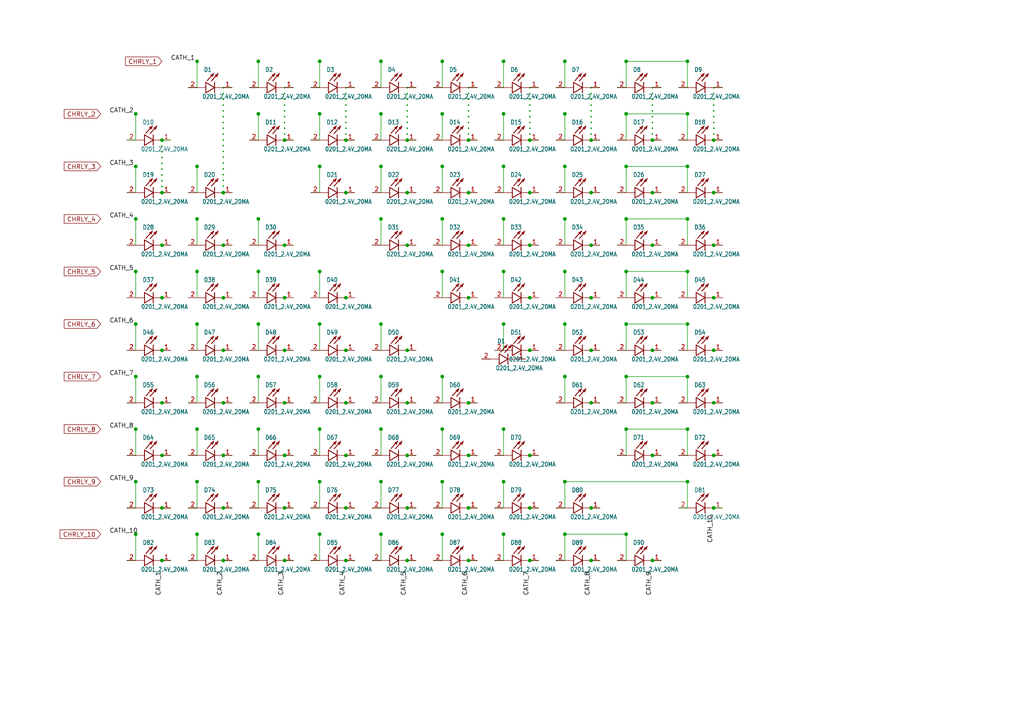
<source format=kicad_sch>
(kicad_sch (version 20231120) (generator "eeschema") (generator_version "8.0")
  (paper "A4")
  (symbol (lib_id "pre_schematic_v4-eagle-import:0201_2.4V_20MA") (at 147.32 104.14 0) (unit 1)
    (property "Reference" "D1" (at 144.2212 99.6442 0) (effects (font (size 1.27 1.0795)) (justify left bottom)))
    (property "Value" "0201_2.4V_20MA" (at 143.764 107.442 0) (effects (font (size 1.27 1.0795)) (justify left bottom)))
    (property "Footprint" "pre_schematic_v4:LED_APG0603CGC-TT" (effects (hide yes)))
  )
  (symbol (lib_id "pre_schematic_v4-eagle-import:0201_2.4V_20MA") (at 62.23 25.4 0) (unit 1)
    (property "Reference" "D1" (at 59.1312 20.9042 0) (effects (font (size 1.27 1.0795)) (justify left bottom)))
    (property "Value" "0201_2.4V_20MA" (at 58.674 28.702 0) (effects (font (size 1.27 1.0795)) (justify left bottom)))
    (property "Footprint" "pre_schematic_v4:LED_APG0603CGC-TT" (effects (hide yes)))
  )
  (symbol (lib_id "pre_schematic_v4-eagle-import:0201_2.4V_20MA") (at 80.01 25.4 0) (unit 1)
    (property "Reference" "D2" (at 76.9112 20.9042 0) (effects (font (size 1.27 1.0795)) (justify left bottom)))
    (property "Value" "0201_2.4V_20MA" (at 76.454 28.702 0) (effects (font (size 1.27 1.0795)) (justify left bottom)))
    (property "Footprint" "pre_schematic_v4:LED_APG0603CGC-TT" (effects (hide yes)))
  )
  (symbol (lib_id "pre_schematic_v4-eagle-import:0201_2.4V_20MA") (at 97.79 25.4 0) (unit 1)
    (property "Reference" "D3" (at 94.6912 20.9042 0) (effects (font (size 1.27 1.0795)) (justify left bottom)))
    (property "Value" "0201_2.4V_20MA" (at 94.234 28.702 0) (effects (font (size 1.27 1.0795)) (justify left bottom)))
    (property "Footprint" "pre_schematic_v4:LED_APG0603CGC-TT" (effects (hide yes)))
  )
  (symbol (lib_id "pre_schematic_v4-eagle-import:0201_2.4V_20MA") (at 115.57 25.4 0) (unit 1)
    (property "Reference" "D4" (at 112.4712 20.9042 0) (effects (font (size 1.27 1.0795)) (justify left bottom)))
    (property "Value" "0201_2.4V_20MA" (at 112.014 28.702 0) (effects (font (size 1.27 1.0795)) (justify left bottom)))
    (property "Footprint" "pre_schematic_v4:LED_APG0603CGC-TT" (effects (hide yes)))
  )
  (symbol (lib_id "pre_schematic_v4-eagle-import:0201_2.4V_20MA") (at 133.35 25.4 0) (unit 1)
    (property "Reference" "D5" (at 130.2512 20.9042 0) (effects (font (size 1.27 1.0795)) (justify left bottom)))
    (property "Value" "0201_2.4V_20MA" (at 129.794 28.702 0) (effects (font (size 1.27 1.0795)) (justify left bottom)))
    (property "Footprint" "pre_schematic_v4:LED_APG0603CGC-TT" (effects (hide yes)))
  )
  (symbol (lib_id "pre_schematic_v4-eagle-import:0201_2.4V_20MA") (at 151.13 25.4 0) (unit 1)
    (property "Reference" "D6" (at 148.0312 20.9042 0) (effects (font (size 1.27 1.0795)) (justify left bottom)))
    (property "Value" "0201_2.4V_20MA" (at 147.574 28.702 0) (effects (font (size 1.27 1.0795)) (justify left bottom)))
    (property "Footprint" "pre_schematic_v4:LED_APG0603CGC-TT" (effects (hide yes)))
  )
  (symbol (lib_id "pre_schematic_v4-eagle-import:0201_2.4V_20MA") (at 168.91 25.4 0) (unit 1)
    (property "Reference" "D7" (at 165.8112 20.9042 0) (effects (font (size 1.27 1.0795)) (justify left bottom)))
    (property "Value" "0201_2.4V_20MA" (at 165.354 28.702 0) (effects (font (size 1.27 1.0795)) (justify left bottom)))
    (property "Footprint" "pre_schematic_v4:LED_APG0603CGC-TT" (effects (hide yes)))
  )
  (symbol (lib_id "pre_schematic_v4-eagle-import:0201_2.4V_20MA") (at 186.69 25.4 0) (unit 1)
    (property "Reference" "D8" (at 183.5912 20.9042 0) (effects (font (size 1.27 1.0795)) (justify left bottom)))
    (property "Value" "0201_2.4V_20MA" (at 183.134 28.702 0) (effects (font (size 1.27 1.0795)) (justify left bottom)))
    (property "Footprint" "pre_schematic_v4:LED_APG0603CGC-TT" (effects (hide yes)))
  )
  (symbol (lib_id "pre_schematic_v4-eagle-import:0201_2.4V_20MA") (at 204.47 25.4 0) (unit 1)
    (property "Reference" "D9" (at 201.3712 20.9042 0) (effects (font (size 1.27 1.0795)) (justify left bottom)))
    (property "Value" "0201_2.4V_20MA" (at 200.914 28.702 0) (effects (font (size 1.27 1.0795)) (justify left bottom)))
    (property "Footprint" "pre_schematic_v4:LED_APG0603CGC-TT" (effects (hide yes)))
  )
  (symbol (lib_id "pre_schematic_v4-eagle-import:0201_2.4V_20MA") (at 44.45 40.64 0) (unit 1)
    (property "Reference" "D10" (at 41.3512 36.1442 0) (effects (font (size 1.27 1.0795)) (justify left bottom)))
    (property "Value" "0201_2.4V_20MA" (at 40.894 43.942 0) (effects (font (size 1.27 1.0795)) (justify left bottom)))
    (property "Footprint" "pre_schematic_v4:LED_APG0603CGC-TT" (effects (hide yes)))
  )
  (symbol (lib_id "pre_schematic_v4-eagle-import:0201_2.4V_20MA") (at 80.01 40.64 0) (unit 1)
    (property "Reference" "D11" (at 76.9112 36.1442 0) (effects (font (size 1.27 1.0795)) (justify left bottom)))
    (property "Value" "0201_2.4V_20MA" (at 76.454 43.942 0) (effects (font (size 1.27 1.0795)) (justify left bottom)))
    (property "Footprint" "pre_schematic_v4:LED_APG0603CGC-TT" (effects (hide yes)))
  )
  (symbol (lib_id "pre_schematic_v4-eagle-import:0201_2.4V_20MA") (at 97.79 40.64 0) (unit 1)
    (property "Reference" "D12" (at 94.6912 36.1442 0) (effects (font (size 1.27 1.0795)) (justify left bottom)))
    (property "Value" "0201_2.4V_20MA" (at 94.234 43.942 0) (effects (font (size 1.27 1.0795)) (justify left bottom)))
    (property "Footprint" "pre_schematic_v4:LED_APG0603CGC-TT" (effects (hide yes)))
  )
  (symbol (lib_id "pre_schematic_v4-eagle-import:0201_2.4V_20MA") (at 115.57 40.64 0) (unit 1)
    (property "Reference" "D13" (at 112.4712 36.1442 0) (effects (font (size 1.27 1.0795)) (justify left bottom)))
    (property "Value" "0201_2.4V_20MA" (at 112.014 43.942 0) (effects (font (size 1.27 1.0795)) (justify left bottom)))
    (property "Footprint" "pre_schematic_v4:LED_APG0603CGC-TT" (effects (hide yes)))
  )
  (symbol (lib_id "pre_schematic_v4-eagle-import:0201_2.4V_20MA") (at 133.35 40.64 0) (unit 1)
    (property "Reference" "D14" (at 130.2512 36.1442 0) (effects (font (size 1.27 1.0795)) (justify left bottom)))
    (property "Value" "0201_2.4V_20MA" (at 129.794 43.942 0) (effects (font (size 1.27 1.0795)) (justify left bottom)))
    (property "Footprint" "pre_schematic_v4:LED_APG0603CGC-TT" (effects (hide yes)))
  )
  (symbol (lib_id "pre_schematic_v4-eagle-import:0201_2.4V_20MA") (at 151.13 40.64 0) (unit 1)
    (property "Reference" "D15" (at 148.0312 36.1442 0) (effects (font (size 1.27 1.0795)) (justify left bottom)))
    (property "Value" "0201_2.4V_20MA" (at 147.574 43.942 0) (effects (font (size 1.27 1.0795)) (justify left bottom)))
    (property "Footprint" "pre_schematic_v4:LED_APG0603CGC-TT" (effects (hide yes)))
  )
  (symbol (lib_id "pre_schematic_v4-eagle-import:0201_2.4V_20MA") (at 168.91 40.64 0) (unit 1)
    (property "Reference" "D16" (at 165.8112 36.1442 0) (effects (font (size 1.27 1.0795)) (justify left bottom)))
    (property "Value" "0201_2.4V_20MA" (at 165.354 43.942 0) (effects (font (size 1.27 1.0795)) (justify left bottom)))
    (property "Footprint" "pre_schematic_v4:LED_APG0603CGC-TT" (effects (hide yes)))
  )
  (symbol (lib_id "pre_schematic_v4-eagle-import:0201_2.4V_20MA") (at 186.69 40.64 0) (unit 1)
    (property "Reference" "D17" (at 183.5912 36.1442 0) (effects (font (size 1.27 1.0795)) (justify left bottom)))
    (property "Value" "0201_2.4V_20MA" (at 183.134 43.942 0) (effects (font (size 1.27 1.0795)) (justify left bottom)))
    (property "Footprint" "pre_schematic_v4:LED_APG0603CGC-TT" (effects (hide yes)))
  )
  (symbol (lib_id "pre_schematic_v4-eagle-import:0201_2.4V_20MA") (at 204.47 40.64 0) (unit 1)
    (property "Reference" "D18" (at 201.3712 36.1442 0) (effects (font (size 1.27 1.0795)) (justify left bottom)))
    (property "Value" "0201_2.4V_20MA" (at 200.914 43.942 0) (effects (font (size 1.27 1.0795)) (justify left bottom)))
    (property "Footprint" "pre_schematic_v4:LED_APG0603CGC-TT" (effects (hide yes)))
  )
  (symbol (lib_id "pre_schematic_v4-eagle-import:0201_2.4V_20MA") (at 44.45 55.88 0) (unit 1)
    (property "Reference" "D19" (at 41.3512 51.3842 0) (effects (font (size 1.27 1.0795)) (justify left bottom)))
    (property "Value" "0201_2.4V_20MA" (at 40.894 59.182 0) (effects (font (size 1.27 1.0795)) (justify left bottom)))
    (property "Footprint" "pre_schematic_v4:LED_APG0603CGC-TT" (effects (hide yes)))
  )
  (symbol (lib_id "pre_schematic_v4-eagle-import:0201_2.4V_20MA") (at 62.23 55.88 0) (unit 1)
    (property "Reference" "D20" (at 59.1312 51.3842 0) (effects (font (size 1.27 1.0795)) (justify left bottom)))
    (property "Value" "0201_2.4V_20MA" (at 58.674 59.182 0) (effects (font (size 1.27 1.0795)) (justify left bottom)))
    (property "Footprint" "pre_schematic_v4:LED_APG0603CGC-TT" (effects (hide yes)))
  )
  (symbol (lib_id "pre_schematic_v4-eagle-import:0201_2.4V_20MA") (at 97.79 55.88 0) (unit 1)
    (property "Reference" "D21" (at 94.6912 51.3842 0) (effects (font (size 1.27 1.0795)) (justify left bottom)))
    (property "Value" "0201_2.4V_20MA" (at 94.234 59.182 0) (effects (font (size 1.27 1.0795)) (justify left bottom)))
    (property "Footprint" "pre_schematic_v4:LED_APG0603CGC-TT" (effects (hide yes)))
  )
  (symbol (lib_id "pre_schematic_v4-eagle-import:0201_2.4V_20MA") (at 115.57 55.88 0) (unit 1)
    (property "Reference" "D22" (at 112.4712 51.3842 0) (effects (font (size 1.27 1.0795)) (justify left bottom)))
    (property "Value" "0201_2.4V_20MA" (at 112.014 59.182 0) (effects (font (size 1.27 1.0795)) (justify left bottom)))
    (property "Footprint" "pre_schematic_v4:LED_APG0603CGC-TT" (effects (hide yes)))
  )
  (symbol (lib_id "pre_schematic_v4-eagle-import:0201_2.4V_20MA") (at 133.35 55.88 0) (unit 1)
    (property "Reference" "D23" (at 130.2512 51.3842 0) (effects (font (size 1.27 1.0795)) (justify left bottom)))
    (property "Value" "0201_2.4V_20MA" (at 129.794 59.182 0) (effects (font (size 1.27 1.0795)) (justify left bottom)))
    (property "Footprint" "pre_schematic_v4:LED_APG0603CGC-TT" (effects (hide yes)))
  )
  (symbol (lib_id "pre_schematic_v4-eagle-import:0201_2.4V_20MA") (at 151.13 55.88 0) (unit 1)
    (property "Reference" "D24" (at 148.0312 51.3842 0) (effects (font (size 1.27 1.0795)) (justify left bottom)))
    (property "Value" "0201_2.4V_20MA" (at 147.574 59.182 0) (effects (font (size 1.27 1.0795)) (justify left bottom)))
    (property "Footprint" "pre_schematic_v4:LED_APG0603CGC-TT" (effects (hide yes)))
  )
  (symbol (lib_id "pre_schematic_v4-eagle-import:0201_2.4V_20MA") (at 168.91 55.88 0) (unit 1)
    (property "Reference" "D25" (at 165.8112 51.3842 0) (effects (font (size 1.27 1.0795)) (justify left bottom)))
    (property "Value" "0201_2.4V_20MA" (at 165.354 59.182 0) (effects (font (size 1.27 1.0795)) (justify left bottom)))
    (property "Footprint" "pre_schematic_v4:LED_APG0603CGC-TT" (effects (hide yes)))
  )
  (symbol (lib_id "pre_schematic_v4-eagle-import:0201_2.4V_20MA") (at 186.69 55.88 0) (unit 1)
    (property "Reference" "D26" (at 183.5912 51.3842 0) (effects (font (size 1.27 1.0795)) (justify left bottom)))
    (property "Value" "0201_2.4V_20MA" (at 183.134 59.182 0) (effects (font (size 1.27 1.0795)) (justify left bottom)))
    (property "Footprint" "pre_schematic_v4:LED_APG0603CGC-TT" (effects (hide yes)))
  )
  (symbol (lib_id "pre_schematic_v4-eagle-import:0201_2.4V_20MA") (at 204.47 55.88 0) (unit 1)
    (property "Reference" "D27" (at 201.3712 51.3842 0) (effects (font (size 1.27 1.0795)) (justify left bottom)))
    (property "Value" "0201_2.4V_20MA" (at 200.914 59.182 0) (effects (font (size 1.27 1.0795)) (justify left bottom)))
    (property "Footprint" "pre_schematic_v4:LED_APG0603CGC-TT" (effects (hide yes)))
  )
  (symbol (lib_id "pre_schematic_v4-eagle-import:0201_2.4V_20MA") (at 44.45 71.12 0) (unit 1)
    (property "Reference" "D28" (at 41.3512 66.6242 0) (effects (font (size 1.27 1.0795)) (justify left bottom)))
    (property "Value" "0201_2.4V_20MA" (at 40.894 74.422 0) (effects (font (size 1.27 1.0795)) (justify left bottom)))
    (property "Footprint" "pre_schematic_v4:LED_APG0603CGC-TT" (effects (hide yes)))
  )
  (symbol (lib_id "pre_schematic_v4-eagle-import:0201_2.4V_20MA") (at 62.23 71.12 0) (unit 1)
    (property "Reference" "D29" (at 59.1312 66.6242 0) (effects (font (size 1.27 1.0795)) (justify left bottom)))
    (property "Value" "0201_2.4V_20MA" (at 58.674 74.422 0) (effects (font (size 1.27 1.0795)) (justify left bottom)))
    (property "Footprint" "pre_schematic_v4:LED_APG0603CGC-TT" (effects (hide yes)))
  )
  (symbol (lib_id "pre_schematic_v4-eagle-import:0201_2.4V_20MA") (at 80.01 71.12 0) (unit 1)
    (property "Reference" "D30" (at 76.9112 66.6242 0) (effects (font (size 1.27 1.0795)) (justify left bottom)))
    (property "Value" "0201_2.4V_20MA" (at 76.454 74.422 0) (effects (font (size 1.27 1.0795)) (justify left bottom)))
    (property "Footprint" "pre_schematic_v4:LED_APG0603CGC-TT" (effects (hide yes)))
  )
  (symbol (lib_id "pre_schematic_v4-eagle-import:0201_2.4V_20MA") (at 115.57 71.12 0) (unit 1)
    (property "Reference" "D31" (at 112.4712 66.6242 0) (effects (font (size 1.27 1.0795)) (justify left bottom)))
    (property "Value" "0201_2.4V_20MA" (at 112.014 74.422 0) (effects (font (size 1.27 1.0795)) (justify left bottom)))
    (property "Footprint" "pre_schematic_v4:LED_APG0603CGC-TT" (effects (hide yes)))
  )
  (symbol (lib_id "pre_schematic_v4-eagle-import:0201_2.4V_20MA") (at 133.35 71.12 0) (unit 1)
    (property "Reference" "D32" (at 130.2512 66.6242 0) (effects (font (size 1.27 1.0795)) (justify left bottom)))
    (property "Value" "0201_2.4V_20MA" (at 129.794 74.422 0) (effects (font (size 1.27 1.0795)) (justify left bottom)))
    (property "Footprint" "pre_schematic_v4:LED_APG0603CGC-TT" (effects (hide yes)))
  )
  (symbol (lib_id "pre_schematic_v4-eagle-import:0201_2.4V_20MA") (at 151.13 71.12 0) (unit 1)
    (property "Reference" "D33" (at 148.0312 66.6242 0) (effects (font (size 1.27 1.0795)) (justify left bottom)))
    (property "Value" "0201_2.4V_20MA" (at 147.574 74.422 0) (effects (font (size 1.27 1.0795)) (justify left bottom)))
    (property "Footprint" "pre_schematic_v4:LED_APG0603CGC-TT" (effects (hide yes)))
  )
  (symbol (lib_id "pre_schematic_v4-eagle-import:0201_2.4V_20MA") (at 168.91 71.12 0) (unit 1)
    (property "Reference" "D34" (at 165.8112 66.6242 0) (effects (font (size 1.27 1.0795)) (justify left bottom)))
    (property "Value" "0201_2.4V_20MA" (at 165.354 74.422 0) (effects (font (size 1.27 1.0795)) (justify left bottom)))
    (property "Footprint" "pre_schematic_v4:LED_APG0603CGC-TT" (effects (hide yes)))
  )
  (symbol (lib_id "pre_schematic_v4-eagle-import:0201_2.4V_20MA") (at 186.69 71.12 0) (unit 1)
    (property "Reference" "D35" (at 183.5912 66.6242 0) (effects (font (size 1.27 1.0795)) (justify left bottom)))
    (property "Value" "0201_2.4V_20MA" (at 183.134 74.422 0) (effects (font (size 1.27 1.0795)) (justify left bottom)))
    (property "Footprint" "pre_schematic_v4:LED_APG0603CGC-TT" (effects (hide yes)))
  )
  (symbol (lib_id "pre_schematic_v4-eagle-import:0201_2.4V_20MA") (at 204.47 71.12 0) (unit 1)
    (property "Reference" "D36" (at 201.3712 66.6242 0) (effects (font (size 1.27 1.0795)) (justify left bottom)))
    (property "Value" "0201_2.4V_20MA" (at 200.914 74.422 0) (effects (font (size 1.27 1.0795)) (justify left bottom)))
    (property "Footprint" "pre_schematic_v4:LED_APG0603CGC-TT" (effects (hide yes)))
  )
  (symbol (lib_id "pre_schematic_v4-eagle-import:0201_2.4V_20MA") (at 44.45 86.36 0) (unit 1)
    (property "Reference" "D37" (at 41.3512 81.8642 0) (effects (font (size 1.27 1.0795)) (justify left bottom)))
    (property "Value" "0201_2.4V_20MA" (at 40.894 89.662 0) (effects (font (size 1.27 1.0795)) (justify left bottom)))
    (property "Footprint" "pre_schematic_v4:LED_APG0603CGC-TT" (effects (hide yes)))
  )
  (symbol (lib_id "pre_schematic_v4-eagle-import:0201_2.4V_20MA") (at 62.23 86.36 0) (unit 1)
    (property "Reference" "D38" (at 59.1312 81.8642 0) (effects (font (size 1.27 1.0795)) (justify left bottom)))
    (property "Value" "0201_2.4V_20MA" (at 58.674 89.662 0) (effects (font (size 1.27 1.0795)) (justify left bottom)))
    (property "Footprint" "pre_schematic_v4:LED_APG0603CGC-TT" (effects (hide yes)))
  )
  (symbol (lib_id "pre_schematic_v4-eagle-import:0201_2.4V_20MA") (at 80.01 86.36 0) (unit 1)
    (property "Reference" "D39" (at 76.9112 81.8642 0) (effects (font (size 1.27 1.0795)) (justify left bottom)))
    (property "Value" "0201_2.4V_20MA" (at 76.454 89.662 0) (effects (font (size 1.27 1.0795)) (justify left bottom)))
    (property "Footprint" "pre_schematic_v4:LED_APG0603CGC-TT" (effects (hide yes)))
  )
  (symbol (lib_id "pre_schematic_v4-eagle-import:0201_2.4V_20MA") (at 97.79 86.36 0) (unit 1)
    (property "Reference" "D40" (at 94.6912 81.8642 0) (effects (font (size 1.27 1.0795)) (justify left bottom)))
    (property "Value" "0201_2.4V_20MA" (at 94.234 89.662 0) (effects (font (size 1.27 1.0795)) (justify left bottom)))
    (property "Footprint" "pre_schematic_v4:LED_APG0603CGC-TT" (effects (hide yes)))
  )
  (symbol (lib_id "pre_schematic_v4-eagle-import:0201_2.4V_20MA") (at 133.35 86.36 0) (unit 1)
    (property "Reference" "D41" (at 130.2512 81.8642 0) (effects (font (size 1.27 1.0795)) (justify left bottom)))
    (property "Value" "0201_2.4V_20MA" (at 129.794 89.662 0) (effects (font (size 1.27 1.0795)) (justify left bottom)))
    (property "Footprint" "pre_schematic_v4:LED_APG0603CGC-TT" (effects (hide yes)))
  )
  (symbol (lib_id "pre_schematic_v4-eagle-import:0201_2.4V_20MA") (at 151.13 86.36 0) (unit 1)
    (property "Reference" "D42" (at 148.0312 81.8642 0) (effects (font (size 1.27 1.0795)) (justify left bottom)))
    (property "Value" "0201_2.4V_20MA" (at 147.574 89.662 0) (effects (font (size 1.27 1.0795)) (justify left bottom)))
    (property "Footprint" "pre_schematic_v4:LED_APG0603CGC-TT" (effects (hide yes)))
  )
  (symbol (lib_id "pre_schematic_v4-eagle-import:0201_2.4V_20MA") (at 168.91 86.36 0) (unit 1)
    (property "Reference" "D43" (at 165.8112 81.8642 0) (effects (font (size 1.27 1.0795)) (justify left bottom)))
    (property "Value" "0201_2.4V_20MA" (at 165.354 89.662 0) (effects (font (size 1.27 1.0795)) (justify left bottom)))
    (property "Footprint" "pre_schematic_v4:LED_APG0603CGC-TT" (effects (hide yes)))
  )
  (symbol (lib_id "pre_schematic_v4-eagle-import:0201_2.4V_20MA") (at 186.69 86.36 0) (unit 1)
    (property "Reference" "D44" (at 183.5912 81.8642 0) (effects (font (size 1.27 1.0795)) (justify left bottom)))
    (property "Value" "0201_2.4V_20MA" (at 183.134 89.662 0) (effects (font (size 1.27 1.0795)) (justify left bottom)))
    (property "Footprint" "pre_schematic_v4:LED_APG0603CGC-TT" (effects (hide yes)))
  )
  (symbol (lib_id "pre_schematic_v4-eagle-import:0201_2.4V_20MA") (at 204.47 86.36 0) (unit 1)
    (property "Reference" "D45" (at 201.3712 81.8642 0) (effects (font (size 1.27 1.0795)) (justify left bottom)))
    (property "Value" "0201_2.4V_20MA" (at 200.914 89.662 0) (effects (font (size 1.27 1.0795)) (justify left bottom)))
    (property "Footprint" "pre_schematic_v4:LED_APG0603CGC-TT" (effects (hide yes)))
  )
  (symbol (lib_id "pre_schematic_v4-eagle-import:0201_2.4V_20MA") (at 44.45 101.6 0) (unit 1)
    (property "Reference" "D46" (at 41.3512 97.1042 0) (effects (font (size 1.27 1.0795)) (justify left bottom)))
    (property "Value" "0201_2.4V_20MA" (at 40.894 104.902 0) (effects (font (size 1.27 1.0795)) (justify left bottom)))
    (property "Footprint" "pre_schematic_v4:LED_APG0603CGC-TT" (effects (hide yes)))
  )
  (symbol (lib_id "pre_schematic_v4-eagle-import:0201_2.4V_20MA") (at 62.23 101.6 0) (unit 1)
    (property "Reference" "D47" (at 59.1312 97.1042 0) (effects (font (size 1.27 1.0795)) (justify left bottom)))
    (property "Value" "0201_2.4V_20MA" (at 58.674 104.902 0) (effects (font (size 1.27 1.0795)) (justify left bottom)))
    (property "Footprint" "pre_schematic_v4:LED_APG0603CGC-TT" (effects (hide yes)))
  )
  (symbol (lib_id "pre_schematic_v4-eagle-import:0201_2.4V_20MA") (at 80.01 101.6 0) (unit 1)
    (property "Reference" "D48" (at 76.9112 97.1042 0) (effects (font (size 1.27 1.0795)) (justify left bottom)))
    (property "Value" "0201_2.4V_20MA" (at 76.454 104.902 0) (effects (font (size 1.27 1.0795)) (justify left bottom)))
    (property "Footprint" "pre_schematic_v4:LED_APG0603CGC-TT" (effects (hide yes)))
  )
  (symbol (lib_id "pre_schematic_v4-eagle-import:0201_2.4V_20MA") (at 97.79 101.6 0) (unit 1)
    (property "Reference" "D49" (at 94.6912 97.1042 0) (effects (font (size 1.27 1.0795)) (justify left bottom)))
    (property "Value" "0201_2.4V_20MA" (at 94.234 104.902 0) (effects (font (size 1.27 1.0795)) (justify left bottom)))
    (property "Footprint" "pre_schematic_v4:LED_APG0603CGC-TT" (effects (hide yes)))
  )
  (symbol (lib_id "pre_schematic_v4-eagle-import:0201_2.4V_20MA") (at 115.57 101.6 0) (unit 1)
    (property "Reference" "D50" (at 112.4712 97.1042 0) (effects (font (size 1.27 1.0795)) (justify left bottom)))
    (property "Value" "0201_2.4V_20MA" (at 112.014 104.902 0) (effects (font (size 1.27 1.0795)) (justify left bottom)))
    (property "Footprint" "pre_schematic_v4:LED_APG0603CGC-TT" (effects (hide yes)))
  )
  (symbol (lib_id "pre_schematic_v4-eagle-import:0201_2.4V_20MA") (at 151.13 101.6 0) (unit 1)
    (property "Reference" "D51" (at 148.0312 97.1042 0) (effects (font (size 1.27 1.0795)) (justify left bottom)))
    (property "Value" "0201_2.4V_20MA" (at 147.574 104.902 0) (effects (font (size 1.27 1.0795)) (justify left bottom)))
    (property "Footprint" "pre_schematic_v4:LED_APG0603CGC-TT" (effects (hide yes)))
  )
  (symbol (lib_id "pre_schematic_v4-eagle-import:0201_2.4V_20MA") (at 168.91 101.6 0) (unit 1)
    (property "Reference" "D52" (at 165.8112 97.1042 0) (effects (font (size 1.27 1.0795)) (justify left bottom)))
    (property "Value" "0201_2.4V_20MA" (at 165.354 104.902 0) (effects (font (size 1.27 1.0795)) (justify left bottom)))
    (property "Footprint" "pre_schematic_v4:LED_APG0603CGC-TT" (effects (hide yes)))
  )
  (symbol (lib_id "pre_schematic_v4-eagle-import:0201_2.4V_20MA") (at 186.69 101.6 0) (unit 1)
    (property "Reference" "D53" (at 183.5912 97.1042 0) (effects (font (size 1.27 1.0795)) (justify left bottom)))
    (property "Value" "0201_2.4V_20MA" (at 183.134 104.902 0) (effects (font (size 1.27 1.0795)) (justify left bottom)))
    (property "Footprint" "pre_schematic_v4:LED_APG0603CGC-TT" (effects (hide yes)))
  )
  (symbol (lib_id "pre_schematic_v4-eagle-import:0201_2.4V_20MA") (at 204.47 101.6 0) (unit 1)
    (property "Reference" "D54" (at 201.3712 97.1042 0) (effects (font (size 1.27 1.0795)) (justify left bottom)))
    (property "Value" "0201_2.4V_20MA" (at 200.914 104.902 0) (effects (font (size 1.27 1.0795)) (justify left bottom)))
    (property "Footprint" "pre_schematic_v4:LED_APG0603CGC-TT" (effects (hide yes)))
  )
  (symbol (lib_id "pre_schematic_v4-eagle-import:0201_2.4V_20MA") (at 44.45 116.84 0) (unit 1)
    (property "Reference" "D55" (at 41.3512 112.3442 0) (effects (font (size 1.27 1.0795)) (justify left bottom)))
    (property "Value" "0201_2.4V_20MA" (at 40.894 120.142 0) (effects (font (size 1.27 1.0795)) (justify left bottom)))
    (property "Footprint" "pre_schematic_v4:LED_APG0603CGC-TT" (effects (hide yes)))
  )
  (symbol (lib_id "pre_schematic_v4-eagle-import:0201_2.4V_20MA") (at 62.23 116.84 0) (unit 1)
    (property "Reference" "D56" (at 59.1312 112.3442 0) (effects (font (size 1.27 1.0795)) (justify left bottom)))
    (property "Value" "0201_2.4V_20MA" (at 58.674 120.142 0) (effects (font (size 1.27 1.0795)) (justify left bottom)))
    (property "Footprint" "pre_schematic_v4:LED_APG0603CGC-TT" (effects (hide yes)))
  )
  (symbol (lib_id "pre_schematic_v4-eagle-import:0201_2.4V_20MA") (at 80.01 116.84 0) (unit 1)
    (property "Reference" "D57" (at 76.9112 112.3442 0) (effects (font (size 1.27 1.0795)) (justify left bottom)))
    (property "Value" "0201_2.4V_20MA" (at 76.454 120.142 0) (effects (font (size 1.27 1.0795)) (justify left bottom)))
    (property "Footprint" "pre_schematic_v4:LED_APG0603CGC-TT" (effects (hide yes)))
  )
  (symbol (lib_id "pre_schematic_v4-eagle-import:0201_2.4V_20MA") (at 97.79 116.84 0) (unit 1)
    (property "Reference" "D58" (at 94.6912 112.3442 0) (effects (font (size 1.27 1.0795)) (justify left bottom)))
    (property "Value" "0201_2.4V_20MA" (at 94.234 120.142 0) (effects (font (size 1.27 1.0795)) (justify left bottom)))
    (property "Footprint" "pre_schematic_v4:LED_APG0603CGC-TT" (effects (hide yes)))
  )
  (symbol (lib_id "pre_schematic_v4-eagle-import:0201_2.4V_20MA") (at 115.57 116.84 0) (unit 1)
    (property "Reference" "D59" (at 112.4712 112.3442 0) (effects (font (size 1.27 1.0795)) (justify left bottom)))
    (property "Value" "0201_2.4V_20MA" (at 112.014 120.142 0) (effects (font (size 1.27 1.0795)) (justify left bottom)))
    (property "Footprint" "pre_schematic_v4:LED_APG0603CGC-TT" (effects (hide yes)))
  )
  (symbol (lib_id "pre_schematic_v4-eagle-import:0201_2.4V_20MA") (at 133.35 116.84 0) (unit 1)
    (property "Reference" "D60" (at 130.2512 112.3442 0) (effects (font (size 1.27 1.0795)) (justify left bottom)))
    (property "Value" "0201_2.4V_20MA" (at 129.794 120.142 0) (effects (font (size 1.27 1.0795)) (justify left bottom)))
    (property "Footprint" "pre_schematic_v4:LED_APG0603CGC-TT" (effects (hide yes)))
  )
  (symbol (lib_id "pre_schematic_v4-eagle-import:0201_2.4V_20MA") (at 168.91 116.84 0) (unit 1)
    (property "Reference" "D61" (at 165.8112 112.3442 0) (effects (font (size 1.27 1.0795)) (justify left bottom)))
    (property "Value" "0201_2.4V_20MA" (at 165.354 120.142 0) (effects (font (size 1.27 1.0795)) (justify left bottom)))
    (property "Footprint" "pre_schematic_v4:LED_APG0603CGC-TT" (effects (hide yes)))
  )
  (symbol (lib_id "pre_schematic_v4-eagle-import:0201_2.4V_20MA") (at 186.69 116.84 0) (unit 1)
    (property "Reference" "D62" (at 183.5912 112.3442 0) (effects (font (size 1.27 1.0795)) (justify left bottom)))
    (property "Value" "0201_2.4V_20MA" (at 183.134 120.142 0) (effects (font (size 1.27 1.0795)) (justify left bottom)))
    (property "Footprint" "pre_schematic_v4:LED_APG0603CGC-TT" (effects (hide yes)))
  )
  (symbol (lib_id "pre_schematic_v4-eagle-import:0201_2.4V_20MA") (at 204.47 116.84 0) (unit 1)
    (property "Reference" "D63" (at 201.3712 112.3442 0) (effects (font (size 1.27 1.0795)) (justify left bottom)))
    (property "Value" "0201_2.4V_20MA" (at 200.914 120.142 0) (effects (font (size 1.27 1.0795)) (justify left bottom)))
    (property "Footprint" "pre_schematic_v4:LED_APG0603CGC-TT" (effects (hide yes)))
  )
  (symbol (lib_id "pre_schematic_v4-eagle-import:0201_2.4V_20MA") (at 44.45 132.08 0) (unit 1)
    (property "Reference" "D64" (at 41.3512 127.5842 0) (effects (font (size 1.27 1.0795)) (justify left bottom)))
    (property "Value" "0201_2.4V_20MA" (at 40.894 135.382 0) (effects (font (size 1.27 1.0795)) (justify left bottom)))
    (property "Footprint" "pre_schematic_v4:LED_APG0603CGC-TT" (effects (hide yes)))
  )
  (symbol (lib_id "pre_schematic_v4-eagle-import:0201_2.4V_20MA") (at 62.23 132.08 0) (unit 1)
    (property "Reference" "D65" (at 59.1312 127.5842 0) (effects (font (size 1.27 1.0795)) (justify left bottom)))
    (property "Value" "0201_2.4V_20MA" (at 58.674 135.382 0) (effects (font (size 1.27 1.0795)) (justify left bottom)))
    (property "Footprint" "pre_schematic_v4:LED_APG0603CGC-TT" (effects (hide yes)))
  )
  (symbol (lib_id "pre_schematic_v4-eagle-import:0201_2.4V_20MA") (at 80.01 132.08 0) (unit 1)
    (property "Reference" "D66" (at 76.9112 127.5842 0) (effects (font (size 1.27 1.0795)) (justify left bottom)))
    (property "Value" "0201_2.4V_20MA" (at 76.454 135.382 0) (effects (font (size 1.27 1.0795)) (justify left bottom)))
    (property "Footprint" "pre_schematic_v4:LED_APG0603CGC-TT" (effects (hide yes)))
  )
  (symbol (lib_id "pre_schematic_v4-eagle-import:0201_2.4V_20MA") (at 97.79 132.08 0) (unit 1)
    (property "Reference" "D67" (at 94.6912 127.5842 0) (effects (font (size 1.27 1.0795)) (justify left bottom)))
    (property "Value" "0201_2.4V_20MA" (at 94.234 135.382 0) (effects (font (size 1.27 1.0795)) (justify left bottom)))
    (property "Footprint" "pre_schematic_v4:LED_APG0603CGC-TT" (effects (hide yes)))
  )
  (symbol (lib_id "pre_schematic_v4-eagle-import:0201_2.4V_20MA") (at 115.57 132.08 0) (unit 1)
    (property "Reference" "D68" (at 112.4712 127.5842 0) (effects (font (size 1.27 1.0795)) (justify left bottom)))
    (property "Value" "0201_2.4V_20MA" (at 112.014 135.382 0) (effects (font (size 1.27 1.0795)) (justify left bottom)))
    (property "Footprint" "pre_schematic_v4:LED_APG0603CGC-TT" (effects (hide yes)))
  )
  (symbol (lib_id "pre_schematic_v4-eagle-import:0201_2.4V_20MA") (at 133.35 132.08 0) (unit 1)
    (property "Reference" "D69" (at 130.2512 127.5842 0) (effects (font (size 1.27 1.0795)) (justify left bottom)))
    (property "Value" "0201_2.4V_20MA" (at 129.794 135.382 0) (effects (font (size 1.27 1.0795)) (justify left bottom)))
    (property "Footprint" "pre_schematic_v4:LED_APG0603CGC-TT" (effects (hide yes)))
  )
  (symbol (lib_id "pre_schematic_v4-eagle-import:0201_2.4V_20MA") (at 151.13 132.08 0) (unit 1)
    (property "Reference" "D70" (at 148.0312 127.5842 0) (effects (font (size 1.27 1.0795)) (justify left bottom)))
    (property "Value" "0201_2.4V_20MA" (at 147.574 135.382 0) (effects (font (size 1.27 1.0795)) (justify left bottom)))
    (property "Footprint" "pre_schematic_v4:LED_APG0603CGC-TT" (effects (hide yes)))
  )
  (symbol (lib_id "pre_schematic_v4-eagle-import:0201_2.4V_20MA") (at 186.69 132.08 0) (unit 1)
    (property "Reference" "D71" (at 183.5912 127.5842 0) (effects (font (size 1.27 1.0795)) (justify left bottom)))
    (property "Value" "0201_2.4V_20MA" (at 183.134 135.382 0) (effects (font (size 1.27 1.0795)) (justify left bottom)))
    (property "Footprint" "pre_schematic_v4:LED_APG0603CGC-TT" (effects (hide yes)))
  )
  (symbol (lib_id "pre_schematic_v4-eagle-import:0201_2.4V_20MA") (at 204.47 132.08 0) (unit 1)
    (property "Reference" "D72" (at 201.3712 127.5842 0) (effects (font (size 1.27 1.0795)) (justify left bottom)))
    (property "Value" "0201_2.4V_20MA" (at 200.914 135.382 0) (effects (font (size 1.27 1.0795)) (justify left bottom)))
    (property "Footprint" "pre_schematic_v4:LED_APG0603CGC-TT" (effects (hide yes)))
  )
  (symbol (lib_id "pre_schematic_v4-eagle-import:0201_2.4V_20MA") (at 44.45 147.32 0) (unit 1)
    (property "Reference" "D73" (at 41.3512 142.8242 0) (effects (font (size 1.27 1.0795)) (justify left bottom)))
    (property "Value" "0201_2.4V_20MA" (at 40.894 150.622 0) (effects (font (size 1.27 1.0795)) (justify left bottom)))
    (property "Footprint" "pre_schematic_v4:LED_APG0603CGC-TT" (effects (hide yes)))
  )
  (symbol (lib_id "pre_schematic_v4-eagle-import:0201_2.4V_20MA") (at 62.23 147.32 0) (unit 1)
    (property "Reference" "D74" (at 59.1312 142.8242 0) (effects (font (size 1.27 1.0795)) (justify left bottom)))
    (property "Value" "0201_2.4V_20MA" (at 58.674 150.622 0) (effects (font (size 1.27 1.0795)) (justify left bottom)))
    (property "Footprint" "pre_schematic_v4:LED_APG0603CGC-TT" (effects (hide yes)))
  )
  (symbol (lib_id "pre_schematic_v4-eagle-import:0201_2.4V_20MA") (at 80.01 147.32 0) (unit 1)
    (property "Reference" "D75" (at 76.9112 142.8242 0) (effects (font (size 1.27 1.0795)) (justify left bottom)))
    (property "Value" "0201_2.4V_20MA" (at 76.454 150.622 0) (effects (font (size 1.27 1.0795)) (justify left bottom)))
    (property "Footprint" "pre_schematic_v4:LED_APG0603CGC-TT" (effects (hide yes)))
  )
  (symbol (lib_id "pre_schematic_v4-eagle-import:0201_2.4V_20MA") (at 97.79 147.32 0) (unit 1)
    (property "Reference" "D76" (at 94.6912 142.8242 0) (effects (font (size 1.27 1.0795)) (justify left bottom)))
    (property "Value" "0201_2.4V_20MA" (at 94.234 150.622 0) (effects (font (size 1.27 1.0795)) (justify left bottom)))
    (property "Footprint" "pre_schematic_v4:LED_APG0603CGC-TT" (effects (hide yes)))
  )
  (symbol (lib_id "pre_schematic_v4-eagle-import:0201_2.4V_20MA") (at 115.57 147.32 0) (unit 1)
    (property "Reference" "D77" (at 112.4712 142.8242 0) (effects (font (size 1.27 1.0795)) (justify left bottom)))
    (property "Value" "0201_2.4V_20MA" (at 112.014 150.622 0) (effects (font (size 1.27 1.0795)) (justify left bottom)))
    (property "Footprint" "pre_schematic_v4:LED_APG0603CGC-TT" (effects (hide yes)))
  )
  (symbol (lib_id "pre_schematic_v4-eagle-import:0201_2.4V_20MA") (at 133.35 147.32 0) (unit 1)
    (property "Reference" "D78" (at 130.2512 142.8242 0) (effects (font (size 1.27 1.0795)) (justify left bottom)))
    (property "Value" "0201_2.4V_20MA" (at 129.794 150.622 0) (effects (font (size 1.27 1.0795)) (justify left bottom)))
    (property "Footprint" "pre_schematic_v4:LED_APG0603CGC-TT" (effects (hide yes)))
  )
  (symbol (lib_id "pre_schematic_v4-eagle-import:0201_2.4V_20MA") (at 151.13 147.32 0) (unit 1)
    (property "Reference" "D79" (at 148.0312 142.8242 0) (effects (font (size 1.27 1.0795)) (justify left bottom)))
    (property "Value" "0201_2.4V_20MA" (at 147.574 150.622 0) (effects (font (size 1.27 1.0795)) (justify left bottom)))
    (property "Footprint" "pre_schematic_v4:LED_APG0603CGC-TT" (effects (hide yes)))
  )
  (symbol (lib_id "pre_schematic_v4-eagle-import:0201_2.4V_20MA") (at 168.91 147.32 0) (unit 1)
    (property "Reference" "D80" (at 165.8112 142.8242 0) (effects (font (size 1.27 1.0795)) (justify left bottom)))
    (property "Value" "0201_2.4V_20MA" (at 165.354 150.622 0) (effects (font (size 1.27 1.0795)) (justify left bottom)))
    (property "Footprint" "pre_schematic_v4:LED_APG0603CGC-TT" (effects (hide yes)))
  )
  (symbol (lib_id "pre_schematic_v4-eagle-import:0201_2.4V_20MA") (at 204.47 147.32 0) (unit 1)
    (property "Reference" "D81" (at 201.3712 142.8242 0) (effects (font (size 1.27 1.0795)) (justify left bottom)))
    (property "Value" "0201_2.4V_20MA" (at 200.914 150.622 0) (effects (font (size 1.27 1.0795)) (justify left bottom)))
    (property "Footprint" "pre_schematic_v4:LED_APG0603CGC-TT" (effects (hide yes)))
  )
  (symbol (lib_id "pre_schematic_v4-eagle-import:0201_2.4V_20MA") (at 44.45 162.56 0) (unit 1)
    (property "Reference" "D82" (at 41.3512 158.0642 0) (effects (font (size 1.27 1.0795)) (justify left bottom)))
    (property "Value" "0201_2.4V_20MA" (at 40.894 165.862 0) (effects (font (size 1.27 1.0795)) (justify left bottom)))
    (property "Footprint" "pre_schematic_v4:LED_APG0603CGC-TT" (effects (hide yes)))
  )
  (symbol (lib_id "pre_schematic_v4-eagle-import:0201_2.4V_20MA") (at 62.23 162.56 0) (unit 1)
    (property "Reference" "D83" (at 59.1312 158.0642 0) (effects (font (size 1.27 1.0795)) (justify left bottom)))
    (property "Value" "0201_2.4V_20MA" (at 58.674 165.862 0) (effects (font (size 1.27 1.0795)) (justify left bottom)))
    (property "Footprint" "pre_schematic_v4:LED_APG0603CGC-TT" (effects (hide yes)))
  )
  (symbol (lib_id "pre_schematic_v4-eagle-import:0201_2.4V_20MA") (at 80.01 162.56 0) (unit 1)
    (property "Reference" "D84" (at 76.9112 158.0642 0) (effects (font (size 1.27 1.0795)) (justify left bottom)))
    (property "Value" "0201_2.4V_20MA" (at 76.454 165.862 0) (effects (font (size 1.27 1.0795)) (justify left bottom)))
    (property "Footprint" "pre_schematic_v4:LED_APG0603CGC-TT" (effects (hide yes)))
  )
  (symbol (lib_id "pre_schematic_v4-eagle-import:0201_2.4V_20MA") (at 97.79 162.56 0) (unit 1)
    (property "Reference" "D85" (at 94.6912 158.0642 0) (effects (font (size 1.27 1.0795)) (justify left bottom)))
    (property "Value" "0201_2.4V_20MA" (at 94.234 165.862 0) (effects (font (size 1.27 1.0795)) (justify left bottom)))
    (property "Footprint" "pre_schematic_v4:LED_APG0603CGC-TT" (effects (hide yes)))
  )
  (symbol (lib_id "pre_schematic_v4-eagle-import:0201_2.4V_20MA") (at 115.57 162.56 0) (unit 1)
    (property "Reference" "D86" (at 112.4712 158.0642 0) (effects (font (size 1.27 1.0795)) (justify left bottom)))
    (property "Value" "0201_2.4V_20MA" (at 112.014 165.862 0) (effects (font (size 1.27 1.0795)) (justify left bottom)))
    (property "Footprint" "pre_schematic_v4:LED_APG0603CGC-TT" (effects (hide yes)))
  )
  (symbol (lib_id "pre_schematic_v4-eagle-import:0201_2.4V_20MA") (at 133.35 162.56 0) (unit 1)
    (property "Reference" "D87" (at 130.2512 158.0642 0) (effects (font (size 1.27 1.0795)) (justify left bottom)))
    (property "Value" "0201_2.4V_20MA" (at 129.794 165.862 0) (effects (font (size 1.27 1.0795)) (justify left bottom)))
    (property "Footprint" "pre_schematic_v4:LED_APG0603CGC-TT" (effects (hide yes)))
  )
  (symbol (lib_id "pre_schematic_v4-eagle-import:0201_2.4V_20MA") (at 151.13 162.56 0) (unit 1)
    (property "Reference" "D88" (at 148.0312 158.0642 0) (effects (font (size 1.27 1.0795)) (justify left bottom)))
    (property "Value" "0201_2.4V_20MA" (at 147.574 165.862 0) (effects (font (size 1.27 1.0795)) (justify left bottom)))
    (property "Footprint" "pre_schematic_v4:LED_APG0603CGC-TT" (effects (hide yes)))
  )
  (symbol (lib_id "pre_schematic_v4-eagle-import:0201_2.4V_20MA") (at 168.91 162.56 0) (unit 1)
    (property "Reference" "D89" (at 165.8112 158.0642 0) (effects (font (size 1.27 1.0795)) (justify left bottom)))
    (property "Value" "0201_2.4V_20MA" (at 165.354 165.862 0) (effects (font (size 1.27 1.0795)) (justify left bottom)))
    (property "Footprint" "pre_schematic_v4:LED_APG0603CGC-TT" (effects (hide yes)))
  )
  (symbol (lib_id "pre_schematic_v4-eagle-import:0201_2.4V_20MA") (at 186.69 162.56 0) (unit 1)
    (property "Reference" "D90" (at 183.5912 158.0642 0) (effects (font (size 1.27 1.0795)) (justify left bottom)))
    (property "Value" "0201_2.4V_20MA" (at 183.134 165.862 0) (effects (font (size 1.27 1.0795)) (justify left bottom)))
    (property "Footprint" "pre_schematic_v4:LED_APG0603CGC-TT" (effects (hide yes)))
  )
  (wire (pts (xy 67.31 25.4) (xy 64.77 25.4)))
  (wire (pts (xy 54.61 25.4) (xy 57.15 25.4)))
  (wire (pts (xy 57.15 25.4) (xy 57.15 17.78)))
  (wire (pts (xy 85.09 25.4) (xy 82.55 25.4)))
  (wire (pts (xy 72.39 25.4) (xy 74.93 25.4)))
  (wire (pts (xy 74.93 25.4) (xy 74.93 17.78)))
  (wire (pts (xy 102.87 25.4) (xy 100.33 25.4)))
  (wire (pts (xy 90.17 25.4) (xy 92.71 25.4)))
  (wire (pts (xy 92.71 25.4) (xy 92.71 17.78)))
  (wire (pts (xy 120.65 25.4) (xy 118.11 25.4)))
  (wire (pts (xy 107.95 25.4) (xy 110.49 25.4)))
  (wire (pts (xy 110.49 25.4) (xy 110.49 17.78)))
  (wire (pts (xy 138.43 25.4) (xy 135.89 25.4)))
  (wire (pts (xy 125.73 25.4) (xy 128.27 25.4)))
  (wire (pts (xy 128.27 25.4) (xy 128.27 17.78)))
  (wire (pts (xy 156.21 25.4) (xy 153.67 25.4)))
  (wire (pts (xy 143.51 25.4) (xy 146.05 25.4)))
  (wire (pts (xy 146.05 25.4) (xy 146.05 17.78)))
  (wire (pts (xy 173.99 25.4) (xy 171.45 25.4)))
  (wire (pts (xy 161.29 25.4) (xy 163.83 25.4)))
  (wire (pts (xy 163.83 25.4) (xy 163.83 17.78)))
  (wire (pts (xy 191.77 25.4) (xy 189.23 25.4)))
  (wire (pts (xy 179.07 25.4) (xy 181.61 25.4)))
  (wire (pts (xy 181.61 25.4) (xy 181.61 17.78)))
  (wire (pts (xy 209.55 25.4) (xy 207.01 25.4)))
  (wire (pts (xy 196.85 25.4) (xy 199.39 25.4)))
  (wire (pts (xy 199.39 25.4) (xy 199.39 17.78)))
  (wire (pts (xy 49.53 40.64) (xy 46.99 40.64)))
  (wire (pts (xy 36.83 40.64) (xy 39.37 40.64)))
  (wire (pts (xy 39.37 40.64) (xy 39.37 33.02)))
  (wire (pts (xy 85.09 40.64) (xy 82.55 40.64)))
  (wire (pts (xy 72.39 40.64) (xy 74.93 40.64)))
  (wire (pts (xy 74.93 40.64) (xy 74.93 33.02)))
  (wire (pts (xy 102.87 40.64) (xy 100.33 40.64)))
  (wire (pts (xy 90.17 40.64) (xy 92.71 40.64)))
  (wire (pts (xy 92.71 40.64) (xy 92.71 33.02)))
  (wire (pts (xy 120.65 40.64) (xy 118.11 40.64)))
  (wire (pts (xy 107.95 40.64) (xy 110.49 40.64)))
  (wire (pts (xy 110.49 40.64) (xy 110.49 33.02)))
  (wire (pts (xy 138.43 40.64) (xy 135.89 40.64)))
  (wire (pts (xy 125.73 40.64) (xy 128.27 40.64)))
  (wire (pts (xy 128.27 40.64) (xy 128.27 33.02)))
  (wire (pts (xy 156.21 40.64) (xy 153.67 40.64)))
  (wire (pts (xy 143.51 40.64) (xy 146.05 40.64)))
  (wire (pts (xy 146.05 40.64) (xy 146.05 33.02)))
  (wire (pts (xy 173.99 40.64) (xy 171.45 40.64)))
  (wire (pts (xy 161.29 40.64) (xy 163.83 40.64)))
  (wire (pts (xy 163.83 40.64) (xy 163.83 33.02)))
  (wire (pts (xy 191.77 40.64) (xy 189.23 40.64)))
  (wire (pts (xy 179.07 40.64) (xy 181.61 40.64)))
  (wire (pts (xy 181.61 40.64) (xy 181.61 33.02)))
  (wire (pts (xy 209.55 40.64) (xy 207.01 40.64)))
  (wire (pts (xy 196.85 40.64) (xy 199.39 40.64)))
  (wire (pts (xy 199.39 40.64) (xy 199.39 33.02)))
  (wire (pts (xy 49.53 55.88) (xy 46.99 55.88)))
  (wire (pts (xy 36.83 55.88) (xy 39.37 55.88)))
  (wire (pts (xy 39.37 55.88) (xy 39.37 48.26)))
  (wire (pts (xy 67.31 55.88) (xy 64.77 55.88)))
  (wire (pts (xy 54.61 55.88) (xy 57.15 55.88)))
  (wire (pts (xy 57.15 55.88) (xy 57.15 48.26)))
  (wire (pts (xy 102.87 55.88) (xy 100.33 55.88)))
  (wire (pts (xy 90.17 55.88) (xy 92.71 55.88)))
  (wire (pts (xy 92.71 55.88) (xy 92.71 48.26)))
  (wire (pts (xy 120.65 55.88) (xy 118.11 55.88)))
  (wire (pts (xy 107.95 55.88) (xy 110.49 55.88)))
  (wire (pts (xy 110.49 55.88) (xy 110.49 48.26)))
  (wire (pts (xy 138.43 55.88) (xy 135.89 55.88)))
  (wire (pts (xy 125.73 55.88) (xy 128.27 55.88)))
  (wire (pts (xy 128.27 55.88) (xy 128.27 48.26)))
  (wire (pts (xy 156.21 55.88) (xy 153.67 55.88)))
  (wire (pts (xy 143.51 55.88) (xy 146.05 55.88)))
  (wire (pts (xy 146.05 55.88) (xy 146.05 48.26)))
  (wire (pts (xy 173.99 55.88) (xy 171.45 55.88)))
  (wire (pts (xy 161.29 55.88) (xy 163.83 55.88)))
  (wire (pts (xy 163.83 55.88) (xy 163.83 48.26)))
  (wire (pts (xy 191.77 55.88) (xy 189.23 55.88)))
  (wire (pts (xy 179.07 55.88) (xy 181.61 55.88)))
  (wire (pts (xy 181.61 55.88) (xy 181.61 48.26)))
  (wire (pts (xy 209.55 55.88) (xy 207.01 55.88)))
  (wire (pts (xy 196.85 55.88) (xy 199.39 55.88)))
  (wire (pts (xy 199.39 55.88) (xy 199.39 48.26)))
  (wire (pts (xy 49.53 71.12) (xy 46.99 71.12)))
  (wire (pts (xy 36.83 71.12) (xy 39.37 71.12)))
  (wire (pts (xy 39.37 71.12) (xy 39.37 63.5)))
  (wire (pts (xy 67.31 71.12) (xy 64.77 71.12)))
  (wire (pts (xy 54.61 71.12) (xy 57.15 71.12)))
  (wire (pts (xy 57.15 71.12) (xy 57.15 63.5)))
  (wire (pts (xy 85.09 71.12) (xy 82.55 71.12)))
  (wire (pts (xy 72.39 71.12) (xy 74.93 71.12)))
  (wire (pts (xy 74.93 71.12) (xy 74.93 63.5)))
  (wire (pts (xy 120.65 71.12) (xy 118.11 71.12)))
  (wire (pts (xy 107.95 71.12) (xy 110.49 71.12)))
  (wire (pts (xy 110.49 71.12) (xy 110.49 63.5)))
  (wire (pts (xy 138.43 71.12) (xy 135.89 71.12)))
  (wire (pts (xy 125.73 71.12) (xy 128.27 71.12)))
  (wire (pts (xy 128.27 71.12) (xy 128.27 63.5)))
  (wire (pts (xy 156.21 71.12) (xy 153.67 71.12)))
  (wire (pts (xy 143.51 71.12) (xy 146.05 71.12)))
  (wire (pts (xy 146.05 71.12) (xy 146.05 63.5)))
  (wire (pts (xy 173.99 71.12) (xy 171.45 71.12)))
  (wire (pts (xy 161.29 71.12) (xy 163.83 71.12)))
  (wire (pts (xy 163.83 71.12) (xy 163.83 63.5)))
  (wire (pts (xy 191.77 71.12) (xy 189.23 71.12)))
  (wire (pts (xy 179.07 71.12) (xy 181.61 71.12)))
  (wire (pts (xy 181.61 71.12) (xy 181.61 63.5)))
  (wire (pts (xy 209.55 71.12) (xy 207.01 71.12)))
  (wire (pts (xy 196.85 71.12) (xy 199.39 71.12)))
  (wire (pts (xy 199.39 71.12) (xy 199.39 63.5)))
  (wire (pts (xy 49.53 86.36) (xy 46.99 86.36)))
  (wire (pts (xy 36.83 86.36) (xy 39.37 86.36)))
  (wire (pts (xy 39.37 86.36) (xy 39.37 78.74)))
  (wire (pts (xy 67.31 86.36) (xy 64.77 86.36)))
  (wire (pts (xy 54.61 86.36) (xy 57.15 86.36)))
  (wire (pts (xy 57.15 86.36) (xy 57.15 78.74)))
  (wire (pts (xy 85.09 86.36) (xy 82.55 86.36)))
  (wire (pts (xy 72.39 86.36) (xy 74.93 86.36)))
  (wire (pts (xy 74.93 86.36) (xy 74.93 78.74)))
  (wire (pts (xy 102.87 86.36) (xy 100.33 86.36)))
  (wire (pts (xy 90.17 86.36) (xy 92.71 86.36)))
  (wire (pts (xy 92.71 86.36) (xy 92.71 78.74)))
  (wire (pts (xy 138.43 86.36) (xy 135.89 86.36)))
  (wire (pts (xy 125.73 86.36) (xy 128.27 86.36)))
  (wire (pts (xy 128.27 86.36) (xy 128.27 78.74)))
  (wire (pts (xy 156.21 86.36) (xy 153.67 86.36)))
  (wire (pts (xy 143.51 86.36) (xy 146.05 86.36)))
  (wire (pts (xy 146.05 86.36) (xy 146.05 78.74)))
  (wire (pts (xy 173.99 86.36) (xy 171.45 86.36)))
  (wire (pts (xy 161.29 86.36) (xy 163.83 86.36)))
  (wire (pts (xy 163.83 86.36) (xy 163.83 78.74)))
  (wire (pts (xy 191.77 86.36) (xy 189.23 86.36)))
  (wire (pts (xy 179.07 86.36) (xy 181.61 86.36)))
  (wire (pts (xy 181.61 86.36) (xy 181.61 78.74)))
  (wire (pts (xy 209.55 86.36) (xy 207.01 86.36)))
  (wire (pts (xy 196.85 86.36) (xy 199.39 86.36)))
  (wire (pts (xy 199.39 86.36) (xy 199.39 78.74)))
  (wire (pts (xy 49.53 101.6) (xy 46.99 101.6)))
  (wire (pts (xy 36.83 101.6) (xy 39.37 101.6)))
  (wire (pts (xy 39.37 101.6) (xy 39.37 93.98)))
  (wire (pts (xy 67.31 101.6) (xy 64.77 101.6)))
  (wire (pts (xy 54.61 101.6) (xy 57.15 101.6)))
  (wire (pts (xy 57.15 101.6) (xy 57.15 93.98)))
  (wire (pts (xy 85.09 101.6) (xy 82.55 101.6)))
  (wire (pts (xy 72.39 101.6) (xy 74.93 101.6)))
  (wire (pts (xy 74.93 101.6) (xy 74.93 93.98)))
  (wire (pts (xy 102.87 101.6) (xy 100.33 101.6)))
  (wire (pts (xy 90.17 101.6) (xy 92.71 101.6)))
  (wire (pts (xy 92.71 101.6) (xy 92.71 93.98)))
  (wire (pts (xy 120.65 101.6) (xy 118.11 101.6)))
  (wire (pts (xy 107.95 101.6) (xy 110.49 101.6)))
  (wire (pts (xy 110.49 101.6) (xy 110.49 93.98)))
  (wire (pts (xy 156.21 101.6) (xy 153.67 101.6)))
  (wire (pts (xy 143.51 101.6) (xy 146.05 101.6)))
  (wire (pts (xy 146.05 101.6) (xy 146.05 93.98)))
  (wire (pts (xy 173.99 101.6) (xy 171.45 101.6)))
  (wire (pts (xy 161.29 101.6) (xy 163.83 101.6)))
  (wire (pts (xy 163.83 101.6) (xy 163.83 93.98)))
  (wire (pts (xy 191.77 101.6) (xy 189.23 101.6)))
  (wire (pts (xy 179.07 101.6) (xy 181.61 101.6)))
  (wire (pts (xy 181.61 101.6) (xy 181.61 93.98)))
  (wire (pts (xy 209.55 101.6) (xy 207.01 101.6)))
  (wire (pts (xy 196.85 101.6) (xy 199.39 101.6)))
  (wire (pts (xy 199.39 101.6) (xy 199.39 93.98)))
  (wire (pts (xy 49.53 116.84) (xy 46.99 116.84)))
  (wire (pts (xy 36.83 116.84) (xy 39.37 116.84)))
  (wire (pts (xy 39.37 116.84) (xy 39.37 109.22)))
  (wire (pts (xy 67.31 116.84) (xy 64.77 116.84)))
  (wire (pts (xy 54.61 116.84) (xy 57.15 116.84)))
  (wire (pts (xy 57.15 116.84) (xy 57.15 109.22)))
  (wire (pts (xy 85.09 116.84) (xy 82.55 116.84)))
  (wire (pts (xy 72.39 116.84) (xy 74.93 116.84)))
  (wire (pts (xy 74.93 116.84) (xy 74.93 109.22)))
  (wire (pts (xy 102.87 116.84) (xy 100.33 116.84)))
  (wire (pts (xy 90.17 116.84) (xy 92.71 116.84)))
  (wire (pts (xy 92.71 116.84) (xy 92.71 109.22)))
  (wire (pts (xy 120.65 116.84) (xy 118.11 116.84)))
  (wire (pts (xy 107.95 116.84) (xy 110.49 116.84)))
  (wire (pts (xy 110.49 116.84) (xy 110.49 109.22)))
  (wire (pts (xy 138.43 116.84) (xy 135.89 116.84)))
  (wire (pts (xy 125.73 116.84) (xy 128.27 116.84)))
  (wire (pts (xy 128.27 116.84) (xy 128.27 109.22)))
  (wire (pts (xy 173.99 116.84) (xy 171.45 116.84)))
  (wire (pts (xy 161.29 116.84) (xy 163.83 116.84)))
  (wire (pts (xy 163.83 116.84) (xy 163.83 109.22)))
  (wire (pts (xy 191.77 116.84) (xy 189.23 116.84)))
  (wire (pts (xy 179.07 116.84) (xy 181.61 116.84)))
  (wire (pts (xy 181.61 116.84) (xy 181.61 109.22)))
  (wire (pts (xy 209.55 116.84) (xy 207.01 116.84)))
  (wire (pts (xy 196.85 116.84) (xy 199.39 116.84)))
  (wire (pts (xy 199.39 116.84) (xy 199.39 109.22)))
  (wire (pts (xy 49.53 132.08) (xy 46.99 132.08)))
  (wire (pts (xy 36.83 132.08) (xy 39.37 132.08)))
  (wire (pts (xy 39.37 132.08) (xy 39.37 124.46)))
  (wire (pts (xy 67.31 132.08) (xy 64.77 132.08)))
  (wire (pts (xy 54.61 132.08) (xy 57.15 132.08)))
  (wire (pts (xy 57.15 132.08) (xy 57.15 124.46)))
  (wire (pts (xy 85.09 132.08) (xy 82.55 132.08)))
  (wire (pts (xy 72.39 132.08) (xy 74.93 132.08)))
  (wire (pts (xy 74.93 132.08) (xy 74.93 124.46)))
  (wire (pts (xy 102.87 132.08) (xy 100.33 132.08)))
  (wire (pts (xy 90.17 132.08) (xy 92.71 132.08)))
  (wire (pts (xy 92.71 132.08) (xy 92.71 124.46)))
  (wire (pts (xy 120.65 132.08) (xy 118.11 132.08)))
  (wire (pts (xy 107.95 132.08) (xy 110.49 132.08)))
  (wire (pts (xy 110.49 132.08) (xy 110.49 124.46)))
  (wire (pts (xy 138.43 132.08) (xy 135.89 132.08)))
  (wire (pts (xy 125.73 132.08) (xy 128.27 132.08)))
  (wire (pts (xy 128.27 132.08) (xy 128.27 124.46)))
  (wire (pts (xy 156.21 132.08) (xy 153.67 132.08)))
  (wire (pts (xy 143.51 132.08) (xy 146.05 132.08)))
  (wire (pts (xy 146.05 132.08) (xy 146.05 124.46)))
  (wire (pts (xy 191.77 132.08) (xy 189.23 132.08)))
  (wire (pts (xy 179.07 132.08) (xy 181.61 132.08)))
  (wire (pts (xy 181.61 132.08) (xy 181.61 124.46)))
  (wire (pts (xy 209.55 132.08) (xy 207.01 132.08)))
  (wire (pts (xy 196.85 132.08) (xy 199.39 132.08)))
  (wire (pts (xy 199.39 132.08) (xy 199.39 124.46)))
  (wire (pts (xy 49.53 147.32) (xy 46.99 147.32)))
  (wire (pts (xy 36.83 147.32) (xy 39.37 147.32)))
  (wire (pts (xy 39.37 147.32) (xy 39.37 139.7)))
  (wire (pts (xy 67.31 147.32) (xy 64.77 147.32)))
  (wire (pts (xy 54.61 147.32) (xy 57.15 147.32)))
  (wire (pts (xy 57.15 147.32) (xy 57.15 139.7)))
  (wire (pts (xy 85.09 147.32) (xy 82.55 147.32)))
  (wire (pts (xy 72.39 147.32) (xy 74.93 147.32)))
  (wire (pts (xy 74.93 147.32) (xy 74.93 139.7)))
  (wire (pts (xy 102.87 147.32) (xy 100.33 147.32)))
  (wire (pts (xy 90.17 147.32) (xy 92.71 147.32)))
  (wire (pts (xy 92.71 147.32) (xy 92.71 139.7)))
  (wire (pts (xy 120.65 147.32) (xy 118.11 147.32)))
  (wire (pts (xy 107.95 147.32) (xy 110.49 147.32)))
  (wire (pts (xy 110.49 147.32) (xy 110.49 139.7)))
  (wire (pts (xy 138.43 147.32) (xy 135.89 147.32)))
  (wire (pts (xy 125.73 147.32) (xy 128.27 147.32)))
  (wire (pts (xy 128.27 147.32) (xy 128.27 139.7)))
  (wire (pts (xy 156.21 147.32) (xy 153.67 147.32)))
  (wire (pts (xy 143.51 147.32) (xy 146.05 147.32)))
  (wire (pts (xy 146.05 147.32) (xy 146.05 139.7)))
  (wire (pts (xy 173.99 147.32) (xy 171.45 147.32)))
  (wire (pts (xy 161.29 147.32) (xy 163.83 147.32)))
  (wire (pts (xy 163.83 147.32) (xy 163.83 139.7)))
  (wire (pts (xy 209.55 147.32) (xy 207.01 147.32)))
  (wire (pts (xy 196.85 147.32) (xy 199.39 147.32)))
  (wire (pts (xy 199.39 147.32) (xy 199.39 139.7)))
  (wire (pts (xy 49.53 162.56) (xy 46.99 162.56)))
  (wire (pts (xy 36.83 162.56) (xy 39.37 162.56)))
  (wire (pts (xy 39.37 162.56) (xy 39.37 154.94)))
  (wire (pts (xy 67.31 162.56) (xy 64.77 162.56)))
  (wire (pts (xy 54.61 162.56) (xy 57.15 162.56)))
  (wire (pts (xy 57.15 162.56) (xy 57.15 154.94)))
  (wire (pts (xy 85.09 162.56) (xy 82.55 162.56)))
  (wire (pts (xy 72.39 162.56) (xy 74.93 162.56)))
  (wire (pts (xy 74.93 162.56) (xy 74.93 154.94)))
  (wire (pts (xy 102.87 162.56) (xy 100.33 162.56)))
  (wire (pts (xy 90.17 162.56) (xy 92.71 162.56)))
  (wire (pts (xy 92.71 162.56) (xy 92.71 154.94)))
  (wire (pts (xy 120.65 162.56) (xy 118.11 162.56)))
  (wire (pts (xy 107.95 162.56) (xy 110.49 162.56)))
  (wire (pts (xy 110.49 162.56) (xy 110.49 154.94)))
  (wire (pts (xy 138.43 162.56) (xy 135.89 162.56)))
  (wire (pts (xy 125.73 162.56) (xy 128.27 162.56)))
  (wire (pts (xy 128.27 162.56) (xy 128.27 154.94)))
  (wire (pts (xy 156.21 162.56) (xy 153.67 162.56)))
  (wire (pts (xy 143.51 162.56) (xy 146.05 162.56)))
  (wire (pts (xy 146.05 162.56) (xy 146.05 154.94)))
  (wire (pts (xy 173.99 162.56) (xy 171.45 162.56)))
  (wire (pts (xy 161.29 162.56) (xy 163.83 162.56)))
  (wire (pts (xy 163.83 162.56) (xy 163.83 154.94)))
  (wire (pts (xy 191.77 162.56) (xy 189.23 162.56)))
  (wire (pts (xy 179.07 162.56) (xy 181.61 162.56)))
  (wire (pts (xy 181.61 162.56) (xy 181.61 154.94)))
  (wire (pts (xy 199.39 17.78) (xy 46.99 17.78)))
  (junction (at 57.15 17.78))
  (junction (at 74.93 17.78))
  (junction (at 92.71 17.78))
  (junction (at 110.49 17.78))
  (junction (at 128.27 17.78))
  (junction (at 146.05 17.78))
  (junction (at 163.83 17.78))
  (junction (at 181.61 17.78))
  (junction (at 199.39 17.78))
  (global_label "CHRLY_1" (shape input) (at 46.99 17.78 180) (property "Intersheetrefs" "${INTERSHEET_REFS}" (effects hide)))
  (wire (pts (xy 199.39 33.02) (xy 29.21 33.02)))
  (junction (at 39.37 33.02))
  (junction (at 74.93 33.02))
  (junction (at 92.71 33.02))
  (junction (at 110.49 33.02))
  (junction (at 128.27 33.02))
  (junction (at 146.05 33.02))
  (junction (at 163.83 33.02))
  (junction (at 181.61 33.02))
  (junction (at 199.39 33.02))
  (global_label "CHRLY_2" (shape input) (at 29.21 33.02 180) (property "Intersheetrefs" "${INTERSHEET_REFS}" (effects hide)))
  (wire (pts (xy 199.39 48.26) (xy 29.21 48.26)))
  (junction (at 39.37 48.26))
  (junction (at 57.15 48.26))
  (junction (at 92.71 48.26))
  (junction (at 110.49 48.26))
  (junction (at 128.27 48.26))
  (junction (at 146.05 48.26))
  (junction (at 163.83 48.26))
  (junction (at 181.61 48.26))
  (junction (at 199.39 48.26))
  (global_label "CHRLY_3" (shape input) (at 29.21 48.26 180) (property "Intersheetrefs" "${INTERSHEET_REFS}" (effects hide)))
  (wire (pts (xy 199.39 63.5) (xy 29.21 63.5)))
  (junction (at 39.37 63.5))
  (junction (at 57.15 63.5))
  (junction (at 74.93 63.5))
  (junction (at 110.49 63.5))
  (junction (at 128.27 63.5))
  (junction (at 146.05 63.5))
  (junction (at 163.83 63.5))
  (junction (at 181.61 63.5))
  (junction (at 199.39 63.5))
  (global_label "CHRLY_4" (shape input) (at 29.21 63.5 180) (property "Intersheetrefs" "${INTERSHEET_REFS}" (effects hide)))
  (wire (pts (xy 199.39 78.74) (xy 29.21 78.74)))
  (junction (at 39.37 78.74))
  (junction (at 57.15 78.74))
  (junction (at 74.93 78.74))
  (junction (at 92.71 78.74))
  (junction (at 128.27 78.74))
  (junction (at 146.05 78.74))
  (junction (at 163.83 78.74))
  (junction (at 181.61 78.74))
  (junction (at 199.39 78.74))
  (global_label "CHRLY_5" (shape input) (at 29.21 78.74 180) (property "Intersheetrefs" "${INTERSHEET_REFS}" (effects hide)))
  (wire (pts (xy 199.39 93.98) (xy 29.21 93.98)))
  (junction (at 39.37 93.98))
  (junction (at 57.15 93.98))
  (junction (at 74.93 93.98))
  (junction (at 92.71 93.98))
  (junction (at 110.49 93.98))
  (junction (at 146.05 93.98))
  (junction (at 163.83 93.98))
  (junction (at 181.61 93.98))
  (junction (at 199.39 93.98))
  (global_label "CHRLY_6" (shape input) (at 29.21 93.98 180) (property "Intersheetrefs" "${INTERSHEET_REFS}" (effects hide)))
  (wire (pts (xy 199.39 109.22) (xy 29.21 109.22)))
  (junction (at 39.37 109.22))
  (junction (at 57.15 109.22))
  (junction (at 74.93 109.22))
  (junction (at 92.71 109.22))
  (junction (at 110.49 109.22))
  (junction (at 128.27 109.22))
  (junction (at 163.83 109.22))
  (junction (at 181.61 109.22))
  (junction (at 199.39 109.22))
  (global_label "CHRLY_7" (shape input) (at 29.21 109.22 180) (property "Intersheetrefs" "${INTERSHEET_REFS}" (effects hide)))
  (wire (pts (xy 199.39 124.46) (xy 29.21 124.46)))
  (junction (at 39.37 124.46))
  (junction (at 57.15 124.46))
  (junction (at 74.93 124.46))
  (junction (at 92.71 124.46))
  (junction (at 110.49 124.46))
  (junction (at 128.27 124.46))
  (junction (at 146.05 124.46))
  (junction (at 181.61 124.46))
  (junction (at 199.39 124.46))
  (global_label "CHRLY_8" (shape input) (at 29.21 124.46 180) (property "Intersheetrefs" "${INTERSHEET_REFS}" (effects hide)))
  (wire (pts (xy 199.39 139.7) (xy 29.21 139.7)))
  (junction (at 39.37 139.7))
  (junction (at 57.15 139.7))
  (junction (at 74.93 139.7))
  (junction (at 92.71 139.7))
  (junction (at 110.49 139.7))
  (junction (at 128.27 139.7))
  (junction (at 146.05 139.7))
  (junction (at 163.83 139.7))
  (junction (at 199.39 139.7))
  (global_label "CHRLY_9" (shape input) (at 29.21 139.7 180) (property "Intersheetrefs" "${INTERSHEET_REFS}" (effects hide)))
  (wire (pts (xy 181.61 154.94) (xy 29.21 154.94)))
  (junction (at 39.37 154.94))
  (junction (at 57.15 154.94))
  (junction (at 74.93 154.94))
  (junction (at 92.71 154.94))
  (junction (at 110.49 154.94))
  (junction (at 128.27 154.94))
  (junction (at 146.05 154.94))
  (junction (at 163.83 154.94))
  (junction (at 181.61 154.94))
  (global_label "CHRLY_10" (shape input) (at 29.21 154.94 180) (property "Intersheetrefs" "${INTERSHEET_REFS}" (effects hide)))
  (wire (pts (xy 46.99 40.64) (xy 46.99 172.72)) (stroke (width 0.4) (type dot)))
  (junction (at 46.99 40.64))
  (junction (at 46.99 55.88))
  (junction (at 46.99 71.12))
  (junction (at 46.99 86.36))
  (junction (at 46.99 101.6))
  (junction (at 46.99 116.84))
  (junction (at 46.99 132.08))
  (junction (at 46.99 147.32))
  (junction (at 46.99 162.56))
  (wire (pts (xy 64.77 25.4) (xy 64.77 172.72)) (stroke (width 0.4) (type dot)))
  (junction (at 64.77 55.88))
  (junction (at 64.77 71.12))
  (junction (at 64.77 86.36))
  (junction (at 64.77 101.6))
  (junction (at 64.77 116.84))
  (junction (at 64.77 132.08))
  (junction (at 64.77 147.32))
  (junction (at 64.77 162.56))
  (wire (pts (xy 82.55 25.4) (xy 82.55 172.72)) (stroke (width 0.4) (type dot)))
  (junction (at 82.55 40.64))
  (junction (at 82.55 71.12))
  (junction (at 82.55 86.36))
  (junction (at 82.55 101.6))
  (junction (at 82.55 116.84))
  (junction (at 82.55 132.08))
  (junction (at 82.55 147.32))
  (junction (at 82.55 162.56))
  (wire (pts (xy 100.33 25.4) (xy 100.33 172.72)) (stroke (width 0.4) (type dot)))
  (junction (at 100.33 40.64))
  (junction (at 100.33 55.88))
  (junction (at 100.33 86.36))
  (junction (at 100.33 101.6))
  (junction (at 100.33 116.84))
  (junction (at 100.33 132.08))
  (junction (at 100.33 147.32))
  (junction (at 100.33 162.56))
  (wire (pts (xy 118.11 25.4) (xy 118.11 172.72)) (stroke (width 0.4) (type dot)))
  (junction (at 118.11 40.64))
  (junction (at 118.11 55.88))
  (junction (at 118.11 71.12))
  (junction (at 118.11 101.6))
  (junction (at 118.11 116.84))
  (junction (at 118.11 132.08))
  (junction (at 118.11 147.32))
  (junction (at 118.11 162.56))
  (wire (pts (xy 135.89 25.4) (xy 135.89 172.72)) (stroke (width 0.4) (type dot)))
  (junction (at 135.89 40.64))
  (junction (at 135.89 55.88))
  (junction (at 135.89 71.12))
  (junction (at 135.89 86.36))
  (junction (at 135.89 116.84))
  (junction (at 135.89 132.08))
  (junction (at 135.89 147.32))
  (junction (at 135.89 162.56))
  (wire (pts (xy 153.67 25.4) (xy 153.67 172.72)) (stroke (width 0.4) (type dot)))
  (junction (at 153.67 40.64))
  (junction (at 153.67 55.88))
  (junction (at 153.67 71.12))
  (junction (at 153.67 86.36))
  (junction (at 153.67 101.6))
  (junction (at 153.67 132.08))
  (junction (at 153.67 147.32))
  (junction (at 153.67 162.56))
  (wire (pts (xy 171.45 25.4) (xy 171.45 172.72)) (stroke (width 0.4) (type dot)))
  (junction (at 171.45 40.64))
  (junction (at 171.45 55.88))
  (junction (at 171.45 71.12))
  (junction (at 171.45 86.36))
  (junction (at 171.45 101.6))
  (junction (at 171.45 116.84))
  (junction (at 171.45 147.32))
  (junction (at 171.45 162.56))
  (wire (pts (xy 189.23 25.4) (xy 189.23 172.72)) (stroke (width 0.4) (type dot)))
  (junction (at 189.23 40.64))
  (junction (at 189.23 55.88))
  (junction (at 189.23 71.12))
  (junction (at 189.23 86.36))
  (junction (at 189.23 101.6))
  (junction (at 189.23 116.84))
  (junction (at 189.23 132.08))
  (junction (at 189.23 162.56))
  (wire (pts (xy 207.01 25.4) (xy 207.01 157.48)) (stroke (width 0.4) (type dot)))
  (junction (at 207.01 40.64))
  (junction (at 207.01 55.88))
  (junction (at 207.01 71.12))
  (junction (at 207.01 86.36))
  (junction (at 207.01 101.6))
  (junction (at 207.01 116.84))
  (junction (at 207.01 132.08))
  (junction (at 207.01 147.32))
  (label "CATH_1" (at 46.99 172.72 90))
  (label "CATH_2" (at 64.77 172.72 90))
  (label "CATH_3" (at 82.55 172.72 90))
  (label "CATH_4" (at 100.33 172.72 90))
  (label "CATH_5" (at 118.11 172.72 90))
  (label "CATH_6" (at 135.89 172.72 90))
  (label "CATH_7" (at 153.67 172.72 90))
  (label "CATH_8" (at 171.45 172.72 90))
  (label "CATH_9" (at 189.23 172.72 90))
  (label "CATH_10" (at 207.01 157.48 90))
  (label "CATH_1" (at 49.53 17.78 0))
  (label "CATH_2" (at 31.75 33.02 0))
  (label "CATH_3" (at 31.75 48.26 0))
  (label "CATH_4" (at 31.75 63.5 0))
  (label "CATH_5" (at 31.75 78.74 0))
  (label "CATH_6" (at 31.75 93.98 0))
  (label "CATH_7" (at 31.75 109.22 0))
  (label "CATH_8" (at 31.75 124.46 0))
  (label "CATH_9" (at 31.75 139.7 0))
  (label "CATH_10" (at 31.75 154.94 0))
)
</source>
